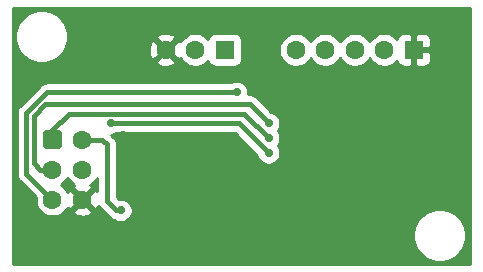
<source format=gbl>
%TF.GenerationSoftware,KiCad,Pcbnew,(5.1.10)-1*%
%TF.CreationDate,2022-07-24T21:09:46+02:00*%
%TF.ProjectId,PCB,5043422e-6b69-4636-9164-5f7063625858,rev?*%
%TF.SameCoordinates,Original*%
%TF.FileFunction,Copper,L2,Bot*%
%TF.FilePolarity,Positive*%
%FSLAX46Y46*%
G04 Gerber Fmt 4.6, Leading zero omitted, Abs format (unit mm)*
G04 Created by KiCad (PCBNEW (5.1.10)-1) date 2022-07-24 21:09:46*
%MOMM*%
%LPD*%
G01*
G04 APERTURE LIST*
%TA.AperFunction,ComponentPad*%
%ADD10C,1.600000*%
%TD*%
%TA.AperFunction,ComponentPad*%
%ADD11R,1.600000X1.600000*%
%TD*%
%TA.AperFunction,ViaPad*%
%ADD12C,0.700000*%
%TD*%
%TA.AperFunction,Conductor*%
%ADD13C,0.400000*%
%TD*%
%TA.AperFunction,Conductor*%
%ADD14C,0.254000*%
%TD*%
%TA.AperFunction,Conductor*%
%ADD15C,0.100000*%
%TD*%
G04 APERTURE END LIST*
D10*
%TO.P,J1,6*%
%TO.N,GND*%
X144540000Y-135880000D03*
%TO.P,J1,4*%
%TO.N,/MCU_OUT_THROTTLE_SIG*%
X144540000Y-133340000D03*
%TO.P,J1,2*%
%TO.N,+5V*%
X144540000Y-130800000D03*
%TO.P,J1,5*%
%TO.N,Net-(J1-Pad5)*%
X142000000Y-135880000D03*
%TO.P,J1,3*%
%TO.N,/THROTTLE_PEDAL_SIG*%
X142000000Y-133340000D03*
%TO.P,J1,1*%
%TO.N,Net-(J1-Pad1)*%
%TA.AperFunction,ComponentPad*%
G36*
G01*
X141200000Y-131364800D02*
X141200000Y-130235200D01*
G75*
G02*
X141435200Y-130000000I235200J0D01*
G01*
X142564800Y-130000000D01*
G75*
G02*
X142800000Y-130235200I0J-235200D01*
G01*
X142800000Y-131364800D01*
G75*
G02*
X142564800Y-131600000I-235200J0D01*
G01*
X141435200Y-131600000D01*
G75*
G02*
X141200000Y-131364800I0J235200D01*
G01*
G37*
%TD.AperFunction*%
%TD*%
%TO.P,J3,5*%
%TO.N,+5V*%
X162600000Y-123200000D03*
%TO.P,J3,4*%
%TO.N,/THROTTLE_PEDAL_SIG*%
X165100000Y-123200000D03*
%TO.P,J3,3*%
%TO.N,/KEY*%
X167600000Y-123200000D03*
%TO.P,J3,2*%
%TO.N,/THROTTLE_COND_SIG*%
X170100000Y-123200000D03*
D11*
%TO.P,J3,1*%
%TO.N,GND*%
X172600000Y-123200000D03*
%TD*%
%TO.P,J2,1*%
%TO.N,+5V*%
X156600000Y-123200000D03*
D10*
%TO.P,J2,2*%
%TO.N,/THROTTLE_PEDAL_SIG*%
X154100000Y-123200000D03*
%TO.P,J2,3*%
%TO.N,GND*%
X151600000Y-123200000D03*
%TD*%
D12*
%TO.N,GND*%
X154700000Y-133100000D03*
X155500000Y-133100000D03*
X157100000Y-132300000D03*
X157100000Y-131500000D03*
X153100000Y-139100000D03*
X154900000Y-140800000D03*
X156700000Y-139100000D03*
X161100000Y-139100000D03*
X162900000Y-140800000D03*
X164700000Y-139100000D03*
X172100000Y-136600000D03*
X172100000Y-137800000D03*
X173300000Y-131700000D03*
X175000000Y-130100000D03*
X148000000Y-130400000D03*
X147900000Y-132000000D03*
X147900000Y-132900000D03*
X157100000Y-133100000D03*
X156300000Y-133100000D03*
X170600000Y-141100000D03*
X172100000Y-139700000D03*
X166500000Y-130500000D03*
%TO.N,/MCU_OUT_THROTTLE_SIG*%
X146950000Y-129400000D03*
X160300000Y-131940000D03*
%TO.N,+5V*%
X147800000Y-136800000D03*
%TO.N,Net-(J1-Pad5)*%
X157600000Y-126800000D03*
%TO.N,/THROTTLE_PEDAL_SIG*%
X160300000Y-129400000D03*
%TO.N,Net-(J1-Pad1)*%
X160300000Y-130670000D03*
%TD*%
D13*
%TO.N,/MCU_OUT_THROTTLE_SIG*%
X157760000Y-129400000D02*
X160300000Y-131940000D01*
X146950000Y-129400000D02*
X157760000Y-129400000D01*
%TO.N,+5V*%
X147400000Y-136800000D02*
X147800000Y-136800000D01*
X146600000Y-136000000D02*
X147400000Y-136800000D01*
X146600000Y-131200000D02*
X146600000Y-136000000D01*
X146200000Y-130800000D02*
X146600000Y-131200000D01*
X144540000Y-130800000D02*
X146200000Y-130800000D01*
%TO.N,Net-(J1-Pad5)*%
X141651458Y-126800000D02*
X157600000Y-126800000D01*
X141551458Y-126800000D02*
X141651458Y-126800000D01*
X139799991Y-128551467D02*
X141551458Y-126800000D01*
X139799990Y-133679990D02*
X139799991Y-128551467D01*
X142000000Y-135880000D02*
X139799990Y-133679990D01*
%TO.N,/THROTTLE_PEDAL_SIG*%
X140400000Y-128800000D02*
X141400000Y-127800000D01*
X140400000Y-132800000D02*
X140400000Y-128800000D01*
X140940000Y-133340000D02*
X140400000Y-132800000D01*
X142000000Y-133340000D02*
X140940000Y-133340000D01*
X158700000Y-127800000D02*
X157200000Y-127800000D01*
X160300000Y-129400000D02*
X158700000Y-127800000D01*
X157200000Y-127800000D02*
X157700000Y-127800000D01*
X141400000Y-127800000D02*
X157200000Y-127800000D01*
%TO.N,Net-(J1-Pad1)*%
X142000000Y-130000000D02*
X142000000Y-130800000D01*
X143400000Y-128600000D02*
X142000000Y-130000000D01*
X158230000Y-128600000D02*
X157400000Y-128600000D01*
X160300000Y-130670000D02*
X158230000Y-128600000D01*
X157400000Y-128600000D02*
X143400000Y-128600000D01*
X157800000Y-128600000D02*
X157400000Y-128600000D01*
%TD*%
D14*
%TO.N,GND*%
X177340000Y-141340000D02*
X138660000Y-141340000D01*
X138660000Y-138679872D01*
X172565000Y-138679872D01*
X172565000Y-139120128D01*
X172650890Y-139551925D01*
X172819369Y-139958669D01*
X173063962Y-140324729D01*
X173375271Y-140636038D01*
X173741331Y-140880631D01*
X174148075Y-141049110D01*
X174579872Y-141135000D01*
X175020128Y-141135000D01*
X175451925Y-141049110D01*
X175858669Y-140880631D01*
X176224729Y-140636038D01*
X176536038Y-140324729D01*
X176780631Y-139958669D01*
X176949110Y-139551925D01*
X177035000Y-139120128D01*
X177035000Y-138679872D01*
X176949110Y-138248075D01*
X176780631Y-137841331D01*
X176536038Y-137475271D01*
X176224729Y-137163962D01*
X175858669Y-136919369D01*
X175451925Y-136750890D01*
X175020128Y-136665000D01*
X174579872Y-136665000D01*
X174148075Y-136750890D01*
X173741331Y-136919369D01*
X173375271Y-137163962D01*
X173063962Y-137475271D01*
X172819369Y-137841331D01*
X172650890Y-138248075D01*
X172565000Y-138679872D01*
X138660000Y-138679872D01*
X138660000Y-133679990D01*
X138960950Y-133679990D01*
X138964990Y-133721008D01*
X138977072Y-133843678D01*
X139024818Y-134001076D01*
X139102354Y-134146135D01*
X139206699Y-134273280D01*
X139238563Y-134299430D01*
X140583714Y-135644582D01*
X140565000Y-135738665D01*
X140565000Y-136021335D01*
X140620147Y-136298574D01*
X140728320Y-136559727D01*
X140885363Y-136794759D01*
X141085241Y-136994637D01*
X141320273Y-137151680D01*
X141581426Y-137259853D01*
X141858665Y-137315000D01*
X142141335Y-137315000D01*
X142418574Y-137259853D01*
X142679727Y-137151680D01*
X142914759Y-136994637D01*
X143036694Y-136872702D01*
X143726903Y-136872702D01*
X143798486Y-137116671D01*
X144053996Y-137237571D01*
X144328184Y-137306300D01*
X144610512Y-137320217D01*
X144890130Y-137278787D01*
X145156292Y-137183603D01*
X145281514Y-137116671D01*
X145353097Y-136872702D01*
X144540000Y-136059605D01*
X143726903Y-136872702D01*
X143036694Y-136872702D01*
X143114637Y-136794759D01*
X143270915Y-136560872D01*
X143303329Y-136621514D01*
X143547298Y-136693097D01*
X144360395Y-135880000D01*
X143547298Y-135066903D01*
X143303329Y-135138486D01*
X143272806Y-135202992D01*
X143271680Y-135200273D01*
X143114637Y-134965241D01*
X142914759Y-134765363D01*
X142682241Y-134610000D01*
X142914759Y-134454637D01*
X143114637Y-134254759D01*
X143270000Y-134022241D01*
X143425363Y-134254759D01*
X143625241Y-134454637D01*
X143859128Y-134610915D01*
X143798486Y-134643329D01*
X143726903Y-134887298D01*
X144540000Y-135700395D01*
X145353097Y-134887298D01*
X145281514Y-134643329D01*
X145217008Y-134612806D01*
X145219727Y-134611680D01*
X145454759Y-134454637D01*
X145654637Y-134254759D01*
X145765001Y-134089588D01*
X145765001Y-135135062D01*
X145532702Y-135066903D01*
X144719605Y-135880000D01*
X145532702Y-136693097D01*
X145776671Y-136621514D01*
X145874687Y-136414366D01*
X145902364Y-136466145D01*
X145925907Y-136494832D01*
X146006710Y-136593291D01*
X146038574Y-136619441D01*
X146780563Y-137361432D01*
X146806709Y-137393291D01*
X146838568Y-137419437D01*
X146838570Y-137419439D01*
X146933854Y-137497636D01*
X147078913Y-137575172D01*
X147236311Y-137622918D01*
X147262490Y-137625496D01*
X147333428Y-137672896D01*
X147512686Y-137747147D01*
X147702986Y-137785000D01*
X147897014Y-137785000D01*
X148087314Y-137747147D01*
X148266572Y-137672896D01*
X148427901Y-137565099D01*
X148565099Y-137427901D01*
X148672896Y-137266572D01*
X148747147Y-137087314D01*
X148785000Y-136897014D01*
X148785000Y-136702986D01*
X148747147Y-136512686D01*
X148672896Y-136333428D01*
X148565099Y-136172099D01*
X148427901Y-136034901D01*
X148266572Y-135927104D01*
X148087314Y-135852853D01*
X147897014Y-135815000D01*
X147702986Y-135815000D01*
X147613640Y-135832772D01*
X147435000Y-135654132D01*
X147435000Y-131241007D01*
X147439039Y-131199999D01*
X147435000Y-131158991D01*
X147435000Y-131158981D01*
X147422918Y-131036311D01*
X147375172Y-130878913D01*
X147297636Y-130733854D01*
X147193291Y-130606709D01*
X147161422Y-130580555D01*
X146965867Y-130385000D01*
X147047014Y-130385000D01*
X147237314Y-130347147D01*
X147416572Y-130272896D01*
X147473287Y-130235000D01*
X157414133Y-130235000D01*
X159339546Y-132160414D01*
X159352853Y-132227314D01*
X159427104Y-132406572D01*
X159534901Y-132567901D01*
X159672099Y-132705099D01*
X159833428Y-132812896D01*
X160012686Y-132887147D01*
X160202986Y-132925000D01*
X160397014Y-132925000D01*
X160587314Y-132887147D01*
X160766572Y-132812896D01*
X160927901Y-132705099D01*
X161065099Y-132567901D01*
X161172896Y-132406572D01*
X161247147Y-132227314D01*
X161285000Y-132037014D01*
X161285000Y-131842986D01*
X161247147Y-131652686D01*
X161172896Y-131473428D01*
X161065099Y-131312099D01*
X161058000Y-131305000D01*
X161065099Y-131297901D01*
X161172896Y-131136572D01*
X161247147Y-130957314D01*
X161285000Y-130767014D01*
X161285000Y-130572986D01*
X161247147Y-130382686D01*
X161172896Y-130203428D01*
X161065099Y-130042099D01*
X161058000Y-130035000D01*
X161065099Y-130027901D01*
X161172896Y-129866572D01*
X161247147Y-129687314D01*
X161285000Y-129497014D01*
X161285000Y-129302986D01*
X161247147Y-129112686D01*
X161172896Y-128933428D01*
X161065099Y-128772099D01*
X160927901Y-128634901D01*
X160766572Y-128527104D01*
X160587314Y-128452853D01*
X160520414Y-128439546D01*
X159319446Y-127238579D01*
X159293291Y-127206709D01*
X159166146Y-127102364D01*
X159021087Y-127024828D01*
X158863689Y-126977082D01*
X158741019Y-126965000D01*
X158741018Y-126965000D01*
X158700000Y-126960960D01*
X158658982Y-126965000D01*
X158571477Y-126965000D01*
X158585000Y-126897014D01*
X158585000Y-126702986D01*
X158547147Y-126512686D01*
X158472896Y-126333428D01*
X158365099Y-126172099D01*
X158227901Y-126034901D01*
X158066572Y-125927104D01*
X157887314Y-125852853D01*
X157697014Y-125815000D01*
X157502986Y-125815000D01*
X157312686Y-125852853D01*
X157133428Y-125927104D01*
X157076713Y-125965000D01*
X141592465Y-125965000D01*
X141551457Y-125960961D01*
X141510449Y-125965000D01*
X141510439Y-125965000D01*
X141387769Y-125977082D01*
X141230371Y-126024828D01*
X141085312Y-126102364D01*
X140958167Y-126206709D01*
X140932017Y-126238574D01*
X139238565Y-127932026D01*
X139206701Y-127958176D01*
X139152001Y-128024828D01*
X139102355Y-128085322D01*
X139024819Y-128230381D01*
X138977073Y-128387779D01*
X138960951Y-128551467D01*
X138964992Y-128592495D01*
X138964990Y-133638971D01*
X138960950Y-133679990D01*
X138660000Y-133679990D01*
X138660000Y-121879872D01*
X138865000Y-121879872D01*
X138865000Y-122320128D01*
X138950890Y-122751925D01*
X139119369Y-123158669D01*
X139363962Y-123524729D01*
X139675271Y-123836038D01*
X140041331Y-124080631D01*
X140448075Y-124249110D01*
X140879872Y-124335000D01*
X141320128Y-124335000D01*
X141751925Y-124249110D01*
X141888105Y-124192702D01*
X150786903Y-124192702D01*
X150858486Y-124436671D01*
X151113996Y-124557571D01*
X151388184Y-124626300D01*
X151670512Y-124640217D01*
X151950130Y-124598787D01*
X152216292Y-124503603D01*
X152341514Y-124436671D01*
X152413097Y-124192702D01*
X151600000Y-123379605D01*
X150786903Y-124192702D01*
X141888105Y-124192702D01*
X142158669Y-124080631D01*
X142524729Y-123836038D01*
X142836038Y-123524729D01*
X143005900Y-123270512D01*
X150159783Y-123270512D01*
X150201213Y-123550130D01*
X150296397Y-123816292D01*
X150363329Y-123941514D01*
X150607298Y-124013097D01*
X151420395Y-123200000D01*
X151779605Y-123200000D01*
X152592702Y-124013097D01*
X152836671Y-123941514D01*
X152850324Y-123912659D01*
X152985363Y-124114759D01*
X153185241Y-124314637D01*
X153420273Y-124471680D01*
X153681426Y-124579853D01*
X153958665Y-124635000D01*
X154241335Y-124635000D01*
X154518574Y-124579853D01*
X154779727Y-124471680D01*
X155014759Y-124314637D01*
X155181339Y-124148057D01*
X155210498Y-124244180D01*
X155269463Y-124354494D01*
X155348815Y-124451185D01*
X155445506Y-124530537D01*
X155555820Y-124589502D01*
X155675518Y-124625812D01*
X155800000Y-124638072D01*
X157400000Y-124638072D01*
X157524482Y-124625812D01*
X157644180Y-124589502D01*
X157754494Y-124530537D01*
X157851185Y-124451185D01*
X157930537Y-124354494D01*
X157989502Y-124244180D01*
X158025812Y-124124482D01*
X158038072Y-124000000D01*
X158038072Y-123058665D01*
X161165000Y-123058665D01*
X161165000Y-123341335D01*
X161220147Y-123618574D01*
X161328320Y-123879727D01*
X161485363Y-124114759D01*
X161685241Y-124314637D01*
X161920273Y-124471680D01*
X162181426Y-124579853D01*
X162458665Y-124635000D01*
X162741335Y-124635000D01*
X163018574Y-124579853D01*
X163279727Y-124471680D01*
X163514759Y-124314637D01*
X163714637Y-124114759D01*
X163850000Y-123912173D01*
X163985363Y-124114759D01*
X164185241Y-124314637D01*
X164420273Y-124471680D01*
X164681426Y-124579853D01*
X164958665Y-124635000D01*
X165241335Y-124635000D01*
X165518574Y-124579853D01*
X165779727Y-124471680D01*
X166014759Y-124314637D01*
X166214637Y-124114759D01*
X166350000Y-123912173D01*
X166485363Y-124114759D01*
X166685241Y-124314637D01*
X166920273Y-124471680D01*
X167181426Y-124579853D01*
X167458665Y-124635000D01*
X167741335Y-124635000D01*
X168018574Y-124579853D01*
X168279727Y-124471680D01*
X168514759Y-124314637D01*
X168714637Y-124114759D01*
X168850000Y-123912173D01*
X168985363Y-124114759D01*
X169185241Y-124314637D01*
X169420273Y-124471680D01*
X169681426Y-124579853D01*
X169958665Y-124635000D01*
X170241335Y-124635000D01*
X170518574Y-124579853D01*
X170779727Y-124471680D01*
X171014759Y-124314637D01*
X171181339Y-124148057D01*
X171210498Y-124244180D01*
X171269463Y-124354494D01*
X171348815Y-124451185D01*
X171445506Y-124530537D01*
X171555820Y-124589502D01*
X171675518Y-124625812D01*
X171800000Y-124638072D01*
X172314250Y-124635000D01*
X172473000Y-124476250D01*
X172473000Y-123327000D01*
X172727000Y-123327000D01*
X172727000Y-124476250D01*
X172885750Y-124635000D01*
X173400000Y-124638072D01*
X173524482Y-124625812D01*
X173644180Y-124589502D01*
X173754494Y-124530537D01*
X173851185Y-124451185D01*
X173930537Y-124354494D01*
X173989502Y-124244180D01*
X174025812Y-124124482D01*
X174038072Y-124000000D01*
X174035000Y-123485750D01*
X173876250Y-123327000D01*
X172727000Y-123327000D01*
X172473000Y-123327000D01*
X172453000Y-123327000D01*
X172453000Y-123073000D01*
X172473000Y-123073000D01*
X172473000Y-121923750D01*
X172727000Y-121923750D01*
X172727000Y-123073000D01*
X173876250Y-123073000D01*
X174035000Y-122914250D01*
X174038072Y-122400000D01*
X174025812Y-122275518D01*
X173989502Y-122155820D01*
X173930537Y-122045506D01*
X173851185Y-121948815D01*
X173754494Y-121869463D01*
X173644180Y-121810498D01*
X173524482Y-121774188D01*
X173400000Y-121761928D01*
X172885750Y-121765000D01*
X172727000Y-121923750D01*
X172473000Y-121923750D01*
X172314250Y-121765000D01*
X171800000Y-121761928D01*
X171675518Y-121774188D01*
X171555820Y-121810498D01*
X171445506Y-121869463D01*
X171348815Y-121948815D01*
X171269463Y-122045506D01*
X171210498Y-122155820D01*
X171181339Y-122251943D01*
X171014759Y-122085363D01*
X170779727Y-121928320D01*
X170518574Y-121820147D01*
X170241335Y-121765000D01*
X169958665Y-121765000D01*
X169681426Y-121820147D01*
X169420273Y-121928320D01*
X169185241Y-122085363D01*
X168985363Y-122285241D01*
X168850000Y-122487827D01*
X168714637Y-122285241D01*
X168514759Y-122085363D01*
X168279727Y-121928320D01*
X168018574Y-121820147D01*
X167741335Y-121765000D01*
X167458665Y-121765000D01*
X167181426Y-121820147D01*
X166920273Y-121928320D01*
X166685241Y-122085363D01*
X166485363Y-122285241D01*
X166350000Y-122487827D01*
X166214637Y-122285241D01*
X166014759Y-122085363D01*
X165779727Y-121928320D01*
X165518574Y-121820147D01*
X165241335Y-121765000D01*
X164958665Y-121765000D01*
X164681426Y-121820147D01*
X164420273Y-121928320D01*
X164185241Y-122085363D01*
X163985363Y-122285241D01*
X163850000Y-122487827D01*
X163714637Y-122285241D01*
X163514759Y-122085363D01*
X163279727Y-121928320D01*
X163018574Y-121820147D01*
X162741335Y-121765000D01*
X162458665Y-121765000D01*
X162181426Y-121820147D01*
X161920273Y-121928320D01*
X161685241Y-122085363D01*
X161485363Y-122285241D01*
X161328320Y-122520273D01*
X161220147Y-122781426D01*
X161165000Y-123058665D01*
X158038072Y-123058665D01*
X158038072Y-122400000D01*
X158025812Y-122275518D01*
X157989502Y-122155820D01*
X157930537Y-122045506D01*
X157851185Y-121948815D01*
X157754494Y-121869463D01*
X157644180Y-121810498D01*
X157524482Y-121774188D01*
X157400000Y-121761928D01*
X155800000Y-121761928D01*
X155675518Y-121774188D01*
X155555820Y-121810498D01*
X155445506Y-121869463D01*
X155348815Y-121948815D01*
X155269463Y-122045506D01*
X155210498Y-122155820D01*
X155181339Y-122251943D01*
X155014759Y-122085363D01*
X154779727Y-121928320D01*
X154518574Y-121820147D01*
X154241335Y-121765000D01*
X153958665Y-121765000D01*
X153681426Y-121820147D01*
X153420273Y-121928320D01*
X153185241Y-122085363D01*
X152985363Y-122285241D01*
X152851308Y-122485869D01*
X152836671Y-122458486D01*
X152592702Y-122386903D01*
X151779605Y-123200000D01*
X151420395Y-123200000D01*
X150607298Y-122386903D01*
X150363329Y-122458486D01*
X150242429Y-122713996D01*
X150173700Y-122988184D01*
X150159783Y-123270512D01*
X143005900Y-123270512D01*
X143080631Y-123158669D01*
X143249110Y-122751925D01*
X143335000Y-122320128D01*
X143335000Y-122207298D01*
X150786903Y-122207298D01*
X151600000Y-123020395D01*
X152413097Y-122207298D01*
X152341514Y-121963329D01*
X152086004Y-121842429D01*
X151811816Y-121773700D01*
X151529488Y-121759783D01*
X151249870Y-121801213D01*
X150983708Y-121896397D01*
X150858486Y-121963329D01*
X150786903Y-122207298D01*
X143335000Y-122207298D01*
X143335000Y-121879872D01*
X143249110Y-121448075D01*
X143080631Y-121041331D01*
X142836038Y-120675271D01*
X142524729Y-120363962D01*
X142158669Y-120119369D01*
X141751925Y-119950890D01*
X141320128Y-119865000D01*
X140879872Y-119865000D01*
X140448075Y-119950890D01*
X140041331Y-120119369D01*
X139675271Y-120363962D01*
X139363962Y-120675271D01*
X139119369Y-121041331D01*
X138950890Y-121448075D01*
X138865000Y-121879872D01*
X138660000Y-121879872D01*
X138660000Y-119660000D01*
X177340001Y-119660000D01*
X177340000Y-141340000D01*
%TA.AperFunction,Conductor*%
D15*
G36*
X177340000Y-141340000D02*
G01*
X138660000Y-141340000D01*
X138660000Y-138679872D01*
X172565000Y-138679872D01*
X172565000Y-139120128D01*
X172650890Y-139551925D01*
X172819369Y-139958669D01*
X173063962Y-140324729D01*
X173375271Y-140636038D01*
X173741331Y-140880631D01*
X174148075Y-141049110D01*
X174579872Y-141135000D01*
X175020128Y-141135000D01*
X175451925Y-141049110D01*
X175858669Y-140880631D01*
X176224729Y-140636038D01*
X176536038Y-140324729D01*
X176780631Y-139958669D01*
X176949110Y-139551925D01*
X177035000Y-139120128D01*
X177035000Y-138679872D01*
X176949110Y-138248075D01*
X176780631Y-137841331D01*
X176536038Y-137475271D01*
X176224729Y-137163962D01*
X175858669Y-136919369D01*
X175451925Y-136750890D01*
X175020128Y-136665000D01*
X174579872Y-136665000D01*
X174148075Y-136750890D01*
X173741331Y-136919369D01*
X173375271Y-137163962D01*
X173063962Y-137475271D01*
X172819369Y-137841331D01*
X172650890Y-138248075D01*
X172565000Y-138679872D01*
X138660000Y-138679872D01*
X138660000Y-133679990D01*
X138960950Y-133679990D01*
X138964990Y-133721008D01*
X138977072Y-133843678D01*
X139024818Y-134001076D01*
X139102354Y-134146135D01*
X139206699Y-134273280D01*
X139238563Y-134299430D01*
X140583714Y-135644582D01*
X140565000Y-135738665D01*
X140565000Y-136021335D01*
X140620147Y-136298574D01*
X140728320Y-136559727D01*
X140885363Y-136794759D01*
X141085241Y-136994637D01*
X141320273Y-137151680D01*
X141581426Y-137259853D01*
X141858665Y-137315000D01*
X142141335Y-137315000D01*
X142418574Y-137259853D01*
X142679727Y-137151680D01*
X142914759Y-136994637D01*
X143036694Y-136872702D01*
X143726903Y-136872702D01*
X143798486Y-137116671D01*
X144053996Y-137237571D01*
X144328184Y-137306300D01*
X144610512Y-137320217D01*
X144890130Y-137278787D01*
X145156292Y-137183603D01*
X145281514Y-137116671D01*
X145353097Y-136872702D01*
X144540000Y-136059605D01*
X143726903Y-136872702D01*
X143036694Y-136872702D01*
X143114637Y-136794759D01*
X143270915Y-136560872D01*
X143303329Y-136621514D01*
X143547298Y-136693097D01*
X144360395Y-135880000D01*
X143547298Y-135066903D01*
X143303329Y-135138486D01*
X143272806Y-135202992D01*
X143271680Y-135200273D01*
X143114637Y-134965241D01*
X142914759Y-134765363D01*
X142682241Y-134610000D01*
X142914759Y-134454637D01*
X143114637Y-134254759D01*
X143270000Y-134022241D01*
X143425363Y-134254759D01*
X143625241Y-134454637D01*
X143859128Y-134610915D01*
X143798486Y-134643329D01*
X143726903Y-134887298D01*
X144540000Y-135700395D01*
X145353097Y-134887298D01*
X145281514Y-134643329D01*
X145217008Y-134612806D01*
X145219727Y-134611680D01*
X145454759Y-134454637D01*
X145654637Y-134254759D01*
X145765001Y-134089588D01*
X145765001Y-135135062D01*
X145532702Y-135066903D01*
X144719605Y-135880000D01*
X145532702Y-136693097D01*
X145776671Y-136621514D01*
X145874687Y-136414366D01*
X145902364Y-136466145D01*
X145925907Y-136494832D01*
X146006710Y-136593291D01*
X146038574Y-136619441D01*
X146780563Y-137361432D01*
X146806709Y-137393291D01*
X146838568Y-137419437D01*
X146838570Y-137419439D01*
X146933854Y-137497636D01*
X147078913Y-137575172D01*
X147236311Y-137622918D01*
X147262490Y-137625496D01*
X147333428Y-137672896D01*
X147512686Y-137747147D01*
X147702986Y-137785000D01*
X147897014Y-137785000D01*
X148087314Y-137747147D01*
X148266572Y-137672896D01*
X148427901Y-137565099D01*
X148565099Y-137427901D01*
X148672896Y-137266572D01*
X148747147Y-137087314D01*
X148785000Y-136897014D01*
X148785000Y-136702986D01*
X148747147Y-136512686D01*
X148672896Y-136333428D01*
X148565099Y-136172099D01*
X148427901Y-136034901D01*
X148266572Y-135927104D01*
X148087314Y-135852853D01*
X147897014Y-135815000D01*
X147702986Y-135815000D01*
X147613640Y-135832772D01*
X147435000Y-135654132D01*
X147435000Y-131241007D01*
X147439039Y-131199999D01*
X147435000Y-131158991D01*
X147435000Y-131158981D01*
X147422918Y-131036311D01*
X147375172Y-130878913D01*
X147297636Y-130733854D01*
X147193291Y-130606709D01*
X147161422Y-130580555D01*
X146965867Y-130385000D01*
X147047014Y-130385000D01*
X147237314Y-130347147D01*
X147416572Y-130272896D01*
X147473287Y-130235000D01*
X157414133Y-130235000D01*
X159339546Y-132160414D01*
X159352853Y-132227314D01*
X159427104Y-132406572D01*
X159534901Y-132567901D01*
X159672099Y-132705099D01*
X159833428Y-132812896D01*
X160012686Y-132887147D01*
X160202986Y-132925000D01*
X160397014Y-132925000D01*
X160587314Y-132887147D01*
X160766572Y-132812896D01*
X160927901Y-132705099D01*
X161065099Y-132567901D01*
X161172896Y-132406572D01*
X161247147Y-132227314D01*
X161285000Y-132037014D01*
X161285000Y-131842986D01*
X161247147Y-131652686D01*
X161172896Y-131473428D01*
X161065099Y-131312099D01*
X161058000Y-131305000D01*
X161065099Y-131297901D01*
X161172896Y-131136572D01*
X161247147Y-130957314D01*
X161285000Y-130767014D01*
X161285000Y-130572986D01*
X161247147Y-130382686D01*
X161172896Y-130203428D01*
X161065099Y-130042099D01*
X161058000Y-130035000D01*
X161065099Y-130027901D01*
X161172896Y-129866572D01*
X161247147Y-129687314D01*
X161285000Y-129497014D01*
X161285000Y-129302986D01*
X161247147Y-129112686D01*
X161172896Y-128933428D01*
X161065099Y-128772099D01*
X160927901Y-128634901D01*
X160766572Y-128527104D01*
X160587314Y-128452853D01*
X160520414Y-128439546D01*
X159319446Y-127238579D01*
X159293291Y-127206709D01*
X159166146Y-127102364D01*
X159021087Y-127024828D01*
X158863689Y-126977082D01*
X158741019Y-126965000D01*
X158741018Y-126965000D01*
X158700000Y-126960960D01*
X158658982Y-126965000D01*
X158571477Y-126965000D01*
X158585000Y-126897014D01*
X158585000Y-126702986D01*
X158547147Y-126512686D01*
X158472896Y-126333428D01*
X158365099Y-126172099D01*
X158227901Y-126034901D01*
X158066572Y-125927104D01*
X157887314Y-125852853D01*
X157697014Y-125815000D01*
X157502986Y-125815000D01*
X157312686Y-125852853D01*
X157133428Y-125927104D01*
X157076713Y-125965000D01*
X141592465Y-125965000D01*
X141551457Y-125960961D01*
X141510449Y-125965000D01*
X141510439Y-125965000D01*
X141387769Y-125977082D01*
X141230371Y-126024828D01*
X141085312Y-126102364D01*
X140958167Y-126206709D01*
X140932017Y-126238574D01*
X139238565Y-127932026D01*
X139206701Y-127958176D01*
X139152001Y-128024828D01*
X139102355Y-128085322D01*
X139024819Y-128230381D01*
X138977073Y-128387779D01*
X138960951Y-128551467D01*
X138964992Y-128592495D01*
X138964990Y-133638971D01*
X138960950Y-133679990D01*
X138660000Y-133679990D01*
X138660000Y-121879872D01*
X138865000Y-121879872D01*
X138865000Y-122320128D01*
X138950890Y-122751925D01*
X139119369Y-123158669D01*
X139363962Y-123524729D01*
X139675271Y-123836038D01*
X140041331Y-124080631D01*
X140448075Y-124249110D01*
X140879872Y-124335000D01*
X141320128Y-124335000D01*
X141751925Y-124249110D01*
X141888105Y-124192702D01*
X150786903Y-124192702D01*
X150858486Y-124436671D01*
X151113996Y-124557571D01*
X151388184Y-124626300D01*
X151670512Y-124640217D01*
X151950130Y-124598787D01*
X152216292Y-124503603D01*
X152341514Y-124436671D01*
X152413097Y-124192702D01*
X151600000Y-123379605D01*
X150786903Y-124192702D01*
X141888105Y-124192702D01*
X142158669Y-124080631D01*
X142524729Y-123836038D01*
X142836038Y-123524729D01*
X143005900Y-123270512D01*
X150159783Y-123270512D01*
X150201213Y-123550130D01*
X150296397Y-123816292D01*
X150363329Y-123941514D01*
X150607298Y-124013097D01*
X151420395Y-123200000D01*
X151779605Y-123200000D01*
X152592702Y-124013097D01*
X152836671Y-123941514D01*
X152850324Y-123912659D01*
X152985363Y-124114759D01*
X153185241Y-124314637D01*
X153420273Y-124471680D01*
X153681426Y-124579853D01*
X153958665Y-124635000D01*
X154241335Y-124635000D01*
X154518574Y-124579853D01*
X154779727Y-124471680D01*
X155014759Y-124314637D01*
X155181339Y-124148057D01*
X155210498Y-124244180D01*
X155269463Y-124354494D01*
X155348815Y-124451185D01*
X155445506Y-124530537D01*
X155555820Y-124589502D01*
X155675518Y-124625812D01*
X155800000Y-124638072D01*
X157400000Y-124638072D01*
X157524482Y-124625812D01*
X157644180Y-124589502D01*
X157754494Y-124530537D01*
X157851185Y-124451185D01*
X157930537Y-124354494D01*
X157989502Y-124244180D01*
X158025812Y-124124482D01*
X158038072Y-124000000D01*
X158038072Y-123058665D01*
X161165000Y-123058665D01*
X161165000Y-123341335D01*
X161220147Y-123618574D01*
X161328320Y-123879727D01*
X161485363Y-124114759D01*
X161685241Y-124314637D01*
X161920273Y-124471680D01*
X162181426Y-124579853D01*
X162458665Y-124635000D01*
X162741335Y-124635000D01*
X163018574Y-124579853D01*
X163279727Y-124471680D01*
X163514759Y-124314637D01*
X163714637Y-124114759D01*
X163850000Y-123912173D01*
X163985363Y-124114759D01*
X164185241Y-124314637D01*
X164420273Y-124471680D01*
X164681426Y-124579853D01*
X164958665Y-124635000D01*
X165241335Y-124635000D01*
X165518574Y-124579853D01*
X165779727Y-124471680D01*
X166014759Y-124314637D01*
X166214637Y-124114759D01*
X166350000Y-123912173D01*
X166485363Y-124114759D01*
X166685241Y-124314637D01*
X166920273Y-124471680D01*
X167181426Y-124579853D01*
X167458665Y-124635000D01*
X167741335Y-124635000D01*
X168018574Y-124579853D01*
X168279727Y-124471680D01*
X168514759Y-124314637D01*
X168714637Y-124114759D01*
X168850000Y-123912173D01*
X168985363Y-124114759D01*
X169185241Y-124314637D01*
X169420273Y-124471680D01*
X169681426Y-124579853D01*
X169958665Y-124635000D01*
X170241335Y-124635000D01*
X170518574Y-124579853D01*
X170779727Y-124471680D01*
X171014759Y-124314637D01*
X171181339Y-124148057D01*
X171210498Y-124244180D01*
X171269463Y-124354494D01*
X171348815Y-124451185D01*
X171445506Y-124530537D01*
X171555820Y-124589502D01*
X171675518Y-124625812D01*
X171800000Y-124638072D01*
X172314250Y-124635000D01*
X172473000Y-124476250D01*
X172473000Y-123327000D01*
X172727000Y-123327000D01*
X172727000Y-124476250D01*
X172885750Y-124635000D01*
X173400000Y-124638072D01*
X173524482Y-124625812D01*
X173644180Y-124589502D01*
X173754494Y-124530537D01*
X173851185Y-124451185D01*
X173930537Y-124354494D01*
X173989502Y-124244180D01*
X174025812Y-124124482D01*
X174038072Y-124000000D01*
X174035000Y-123485750D01*
X173876250Y-123327000D01*
X172727000Y-123327000D01*
X172473000Y-123327000D01*
X172453000Y-123327000D01*
X172453000Y-123073000D01*
X172473000Y-123073000D01*
X172473000Y-121923750D01*
X172727000Y-121923750D01*
X172727000Y-123073000D01*
X173876250Y-123073000D01*
X174035000Y-122914250D01*
X174038072Y-122400000D01*
X174025812Y-122275518D01*
X173989502Y-122155820D01*
X173930537Y-122045506D01*
X173851185Y-121948815D01*
X173754494Y-121869463D01*
X173644180Y-121810498D01*
X173524482Y-121774188D01*
X173400000Y-121761928D01*
X172885750Y-121765000D01*
X172727000Y-121923750D01*
X172473000Y-121923750D01*
X172314250Y-121765000D01*
X171800000Y-121761928D01*
X171675518Y-121774188D01*
X171555820Y-121810498D01*
X171445506Y-121869463D01*
X171348815Y-121948815D01*
X171269463Y-122045506D01*
X171210498Y-122155820D01*
X171181339Y-122251943D01*
X171014759Y-122085363D01*
X170779727Y-121928320D01*
X170518574Y-121820147D01*
X170241335Y-121765000D01*
X169958665Y-121765000D01*
X169681426Y-121820147D01*
X169420273Y-121928320D01*
X169185241Y-122085363D01*
X168985363Y-122285241D01*
X168850000Y-122487827D01*
X168714637Y-122285241D01*
X168514759Y-122085363D01*
X168279727Y-121928320D01*
X168018574Y-121820147D01*
X167741335Y-121765000D01*
X167458665Y-121765000D01*
X167181426Y-121820147D01*
X166920273Y-121928320D01*
X166685241Y-122085363D01*
X166485363Y-122285241D01*
X166350000Y-122487827D01*
X166214637Y-122285241D01*
X166014759Y-122085363D01*
X165779727Y-121928320D01*
X165518574Y-121820147D01*
X165241335Y-121765000D01*
X164958665Y-121765000D01*
X164681426Y-121820147D01*
X164420273Y-121928320D01*
X164185241Y-122085363D01*
X163985363Y-122285241D01*
X163850000Y-122487827D01*
X163714637Y-122285241D01*
X163514759Y-122085363D01*
X163279727Y-121928320D01*
X163018574Y-121820147D01*
X162741335Y-121765000D01*
X162458665Y-121765000D01*
X162181426Y-121820147D01*
X161920273Y-121928320D01*
X161685241Y-122085363D01*
X161485363Y-122285241D01*
X161328320Y-122520273D01*
X161220147Y-122781426D01*
X161165000Y-123058665D01*
X158038072Y-123058665D01*
X158038072Y-122400000D01*
X158025812Y-122275518D01*
X157989502Y-122155820D01*
X157930537Y-122045506D01*
X157851185Y-121948815D01*
X157754494Y-121869463D01*
X157644180Y-121810498D01*
X157524482Y-121774188D01*
X157400000Y-121761928D01*
X155800000Y-121761928D01*
X155675518Y-121774188D01*
X155555820Y-121810498D01*
X155445506Y-121869463D01*
X155348815Y-121948815D01*
X155269463Y-122045506D01*
X155210498Y-122155820D01*
X155181339Y-122251943D01*
X155014759Y-122085363D01*
X154779727Y-121928320D01*
X154518574Y-121820147D01*
X154241335Y-121765000D01*
X153958665Y-121765000D01*
X153681426Y-121820147D01*
X153420273Y-121928320D01*
X153185241Y-122085363D01*
X152985363Y-122285241D01*
X152851308Y-122485869D01*
X152836671Y-122458486D01*
X152592702Y-122386903D01*
X151779605Y-123200000D01*
X151420395Y-123200000D01*
X150607298Y-122386903D01*
X150363329Y-122458486D01*
X150242429Y-122713996D01*
X150173700Y-122988184D01*
X150159783Y-123270512D01*
X143005900Y-123270512D01*
X143080631Y-123158669D01*
X143249110Y-122751925D01*
X143335000Y-122320128D01*
X143335000Y-122207298D01*
X150786903Y-122207298D01*
X151600000Y-123020395D01*
X152413097Y-122207298D01*
X152341514Y-121963329D01*
X152086004Y-121842429D01*
X151811816Y-121773700D01*
X151529488Y-121759783D01*
X151249870Y-121801213D01*
X150983708Y-121896397D01*
X150858486Y-121963329D01*
X150786903Y-122207298D01*
X143335000Y-122207298D01*
X143335000Y-121879872D01*
X143249110Y-121448075D01*
X143080631Y-121041331D01*
X142836038Y-120675271D01*
X142524729Y-120363962D01*
X142158669Y-120119369D01*
X141751925Y-119950890D01*
X141320128Y-119865000D01*
X140879872Y-119865000D01*
X140448075Y-119950890D01*
X140041331Y-120119369D01*
X139675271Y-120363962D01*
X139363962Y-120675271D01*
X139119369Y-121041331D01*
X138950890Y-121448075D01*
X138865000Y-121879872D01*
X138660000Y-121879872D01*
X138660000Y-119660000D01*
X177340001Y-119660000D01*
X177340000Y-141340000D01*
G37*
%TD.AperFunction*%
%TD*%
M02*

</source>
